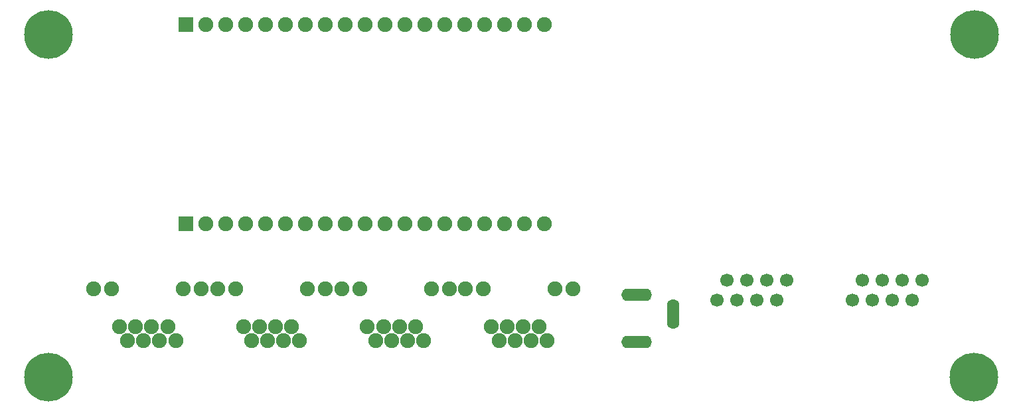
<source format=gts>
G04 Layer: TopSolderMaskLayer*
G04 EasyEDA v6.5.23, 2023-06-26 13:38:55*
G04 b532a6b097934e50b7b064742ede95bb,94392a2f1ed042d08b1874281cec1d10,10*
G04 Gerber Generator version 0.2*
G04 Scale: 100 percent, Rotated: No, Reflected: No *
G04 Dimensions in millimeters *
G04 leading zeros omitted , absolute positions ,4 integer and 5 decimal *
%FSLAX45Y45*%
%MOMM*%

%AMMACRO1*1,1,$1,$2,$3*1,1,$1,$4,$5*1,1,$1,0-$2,0-$3*1,1,$1,0-$4,0-$5*20,1,$1,$2,$3,$4,$5,0*20,1,$1,$4,$5,0-$2,0-$3,0*20,1,$1,0-$2,0-$3,0-$4,0-$5,0*20,1,$1,0-$4,0-$5,$2,$3,0*4,1,4,$2,$3,$4,$5,0-$2,0-$3,0-$4,0-$5,$2,$3,0*%
%ADD10O,1.6015970000000002X3.8015926*%
%ADD11O,3.9015924X1.6015970000000002*%
%ADD12C,1.9032*%
%ADD13MACRO1,0.2032X0.85X0.85X0.85X-0.85*%
%ADD14C,1.9000*%
%ADD15C,1.7000*%
%ADD16C,1.7000*%
%ADD17C,6.2032*%

%LPD*%
D10*
G01*
X9452736Y2666237D03*
D11*
G01*
X8987663Y2316226D03*
G01*
X8987663Y2916173D03*
D12*
G01*
X3492474Y6362700D03*
G01*
X3746474Y6362700D03*
G01*
X4000474Y6362700D03*
G01*
X4254474Y6362700D03*
G01*
X4508474Y6362700D03*
G01*
X4762474Y6362700D03*
G01*
X5016474Y6362700D03*
G01*
X5270474Y6362700D03*
G01*
X5524474Y6362700D03*
G01*
X5778474Y6362700D03*
G01*
X6032474Y6362700D03*
G01*
X6286474Y6362700D03*
G01*
X6540474Y6362700D03*
G01*
X6794474Y6362700D03*
G01*
X7048474Y6362700D03*
G01*
X3746474Y3822700D03*
G01*
X4000474Y3822700D03*
G01*
X4254474Y3822700D03*
G01*
X4508474Y3822700D03*
G01*
X4762474Y3822700D03*
G01*
X5016474Y3822700D03*
G01*
X5270474Y3822700D03*
G01*
X5524474Y3822700D03*
G01*
X5778474Y3822700D03*
G01*
X6032474Y3822700D03*
G01*
X6286474Y3822700D03*
G01*
X6540474Y3822700D03*
G01*
X6794474Y3822700D03*
G01*
X7048474Y3822700D03*
G01*
X3492474Y3822700D03*
G01*
X7302474Y6362700D03*
G01*
X7556474Y6362700D03*
D13*
G01*
X3238500Y6362687D03*
G01*
X3238500Y3822687D03*
D12*
G01*
X7302474Y3822700D03*
G01*
X7556474Y3822700D03*
G01*
X7810474Y6362700D03*
G01*
X7810474Y3822700D03*
D14*
G01*
X8174100Y2991078D03*
G01*
X7945094Y2991078D03*
G01*
X7031100Y2991078D03*
G01*
X6802094Y2991078D03*
G01*
X7131100Y2509088D03*
G01*
X7233107Y2331085D03*
G01*
X7335088Y2509088D03*
G01*
X7437094Y2331085D03*
G01*
X7539100Y2509088D03*
G01*
X7641107Y2331085D03*
G01*
X7743088Y2509088D03*
G01*
X7845094Y2331085D03*
G01*
X6594093Y2991078D03*
G01*
X6365087Y2991078D03*
G01*
X5451093Y2991078D03*
G01*
X5222113Y2991078D03*
G01*
X5551093Y2509088D03*
G01*
X5653100Y2331085D03*
G01*
X5755106Y2509088D03*
G01*
X5857087Y2331085D03*
G01*
X5959093Y2509088D03*
G01*
X6061100Y2331085D03*
G01*
X6163106Y2509088D03*
G01*
X6265087Y2331085D03*
G01*
X5014112Y2991078D03*
G01*
X4785106Y2991078D03*
G01*
X3871112Y2991078D03*
G01*
X3642106Y2991078D03*
G01*
X3971112Y2509088D03*
G01*
X4073093Y2331085D03*
G01*
X4175099Y2509088D03*
G01*
X4277106Y2331085D03*
G01*
X4379112Y2509088D03*
G01*
X4481093Y2331085D03*
G01*
X4583099Y2509088D03*
G01*
X4685106Y2331085D03*
G01*
X2062099Y2991078D03*
G01*
X2291105Y2991078D03*
G01*
X3205099Y2991078D03*
G01*
X3434105Y2991078D03*
G01*
X2391105Y2509088D03*
G01*
X2493111Y2331085D03*
G01*
X2595118Y2509088D03*
G01*
X2697099Y2331085D03*
G01*
X2799105Y2509088D03*
G01*
X2901111Y2331085D03*
G01*
X3003118Y2509088D03*
G01*
X3105099Y2331085D03*
D15*
G01*
X10896600Y3098800D03*
G01*
X10769600Y2844800D03*
G01*
X10642600Y3098800D03*
G01*
X10515600Y2844800D03*
G01*
X10388600Y3098800D03*
D16*
G01*
X10261574Y2844800D03*
D15*
G01*
X10134600Y3098800D03*
G01*
X10007600Y2844800D03*
G01*
X12623800Y3098800D03*
G01*
X12496800Y2844800D03*
G01*
X12369800Y3098800D03*
G01*
X12242800Y2844800D03*
G01*
X12115800Y3098800D03*
G01*
X11988800Y2844800D03*
G01*
X11861800Y3098800D03*
G01*
X11734800Y2844800D03*
D17*
G01*
X13296900Y6235700D03*
G01*
X1485900Y6235700D03*
G01*
X1485900Y1866900D03*
G01*
X13284200Y1866900D03*
M02*

</source>
